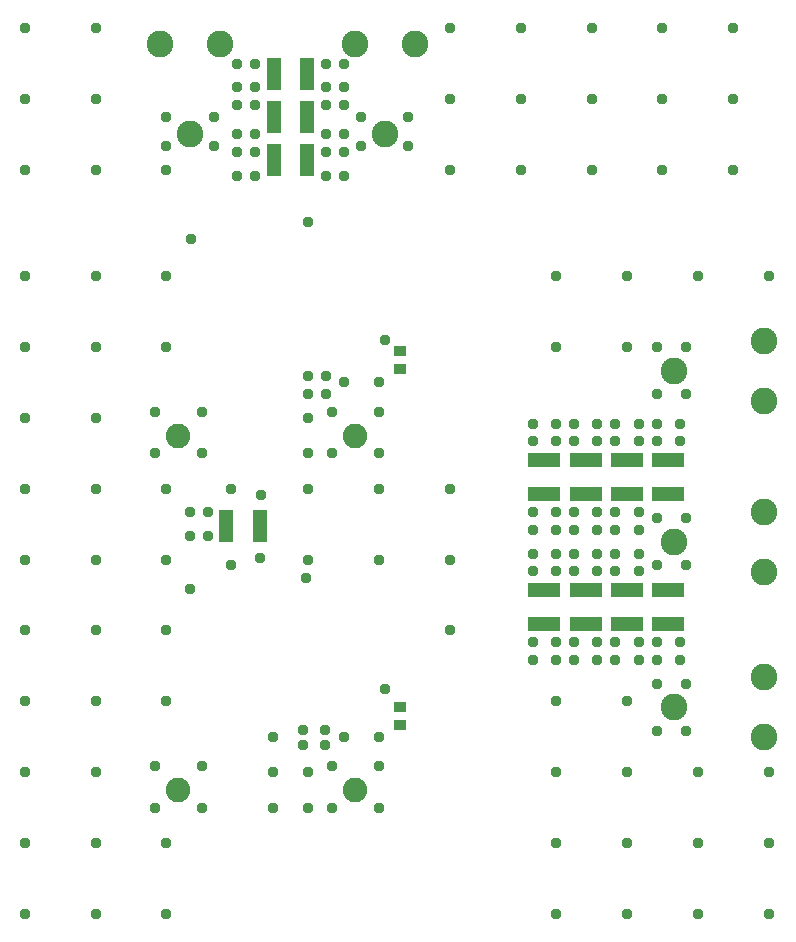
<source format=gbr>
G04 EAGLE Gerber RS-274X export*
G75*
%MOMM*%
%FSLAX34Y34*%
%LPD*%
%INSoldermask Bottom*%
%IPPOS*%
%AMOC8*
5,1,8,0,0,1.08239X$1,22.5*%
G01*
%ADD10R,1.264400X2.692400*%
%ADD11R,1.016000X0.959600*%
%ADD12C,2.260600*%
%ADD13C,2.082800*%
%ADD14R,2.692400X1.264400*%
%ADD15C,0.959600*%


D10*
X240804Y740700D03*
X269196Y740700D03*
X240804Y704500D03*
X269196Y704500D03*
X240804Y668300D03*
X269196Y668300D03*
D11*
X347400Y491381D03*
X347400Y506819D03*
D10*
X229196Y358800D03*
X200804Y358800D03*
D11*
X347400Y189531D03*
X347400Y204969D03*
D12*
X170000Y690000D03*
X144600Y766200D03*
X195400Y766200D03*
X335000Y690000D03*
X309600Y766200D03*
X360400Y766200D03*
X580000Y205000D03*
X656200Y230400D03*
X656200Y179600D03*
X580000Y490000D03*
X656200Y515400D03*
X656200Y464600D03*
X580000Y345000D03*
X656200Y370400D03*
X656200Y319600D03*
D13*
X160000Y435000D03*
X310000Y435000D03*
X160000Y135000D03*
X310000Y135000D03*
D14*
X470000Y275804D03*
X470000Y304196D03*
X505000Y275804D03*
X505000Y304196D03*
X540000Y275804D03*
X540000Y304196D03*
X575000Y275804D03*
X575000Y304196D03*
X470000Y414196D03*
X470000Y385804D03*
X505000Y414196D03*
X505000Y385804D03*
X540000Y414196D03*
X540000Y385804D03*
X575000Y414196D03*
X575000Y385804D03*
D15*
X30000Y780000D03*
X30000Y720000D03*
X30000Y660000D03*
X90000Y660000D03*
X90000Y720000D03*
X90000Y780000D03*
X150000Y705000D03*
X150000Y680000D03*
X150000Y660000D03*
X190000Y680000D03*
X190000Y705000D03*
X210000Y655000D03*
X225000Y655000D03*
X210000Y675000D03*
X225000Y675000D03*
X210000Y690000D03*
X225000Y690000D03*
X210000Y715000D03*
X225000Y715000D03*
X225000Y730000D03*
X210000Y730000D03*
X210000Y750000D03*
X225000Y750000D03*
X230000Y385000D03*
X229000Y331000D03*
X285000Y750000D03*
X285000Y730000D03*
X300000Y750000D03*
X300000Y730000D03*
X300000Y715000D03*
X285000Y715000D03*
X285000Y690000D03*
X300000Y690000D03*
X285000Y675000D03*
X300000Y675000D03*
X285000Y655000D03*
X300000Y655000D03*
X270000Y616000D03*
X315000Y705000D03*
X315000Y680000D03*
X355000Y705000D03*
X355000Y680000D03*
X390000Y660000D03*
X390000Y720000D03*
X390000Y780000D03*
X450000Y780000D03*
X450000Y720000D03*
X450000Y660000D03*
X510000Y780000D03*
X510000Y720000D03*
X510000Y660000D03*
X570000Y780000D03*
X570000Y720000D03*
X570000Y660000D03*
X630000Y660000D03*
X630000Y720000D03*
X630000Y780000D03*
X390000Y390000D03*
X330000Y390000D03*
X270000Y390000D03*
X270000Y330000D03*
X268000Y314000D03*
X330000Y330000D03*
X390000Y330000D03*
X390000Y270000D03*
X150000Y90000D03*
X90000Y90000D03*
X30000Y90000D03*
X150000Y30000D03*
X90000Y30000D03*
X30000Y30000D03*
X460000Y370000D03*
X460000Y355000D03*
X480000Y370000D03*
X480000Y355000D03*
X495000Y370000D03*
X495000Y355000D03*
X515000Y370000D03*
X515000Y355000D03*
X530000Y370000D03*
X530000Y355000D03*
X550000Y370000D03*
X550000Y355000D03*
X460000Y335000D03*
X460000Y320000D03*
X480000Y335000D03*
X480000Y320000D03*
X495000Y335000D03*
X495000Y320000D03*
X515000Y335000D03*
X515000Y320000D03*
X530000Y335000D03*
X530000Y320000D03*
X550000Y335000D03*
X550000Y320000D03*
X565000Y365000D03*
X590000Y365000D03*
X565000Y325000D03*
X590000Y325000D03*
X205000Y325000D03*
X150000Y330000D03*
X185000Y350000D03*
X170000Y350000D03*
X185000Y370000D03*
X170000Y370000D03*
X205000Y390000D03*
X150000Y390000D03*
X90000Y390000D03*
X90000Y330000D03*
X30000Y330000D03*
X30000Y390000D03*
X335000Y516300D03*
X270000Y485000D03*
X285000Y485000D03*
X270000Y470000D03*
X285000Y470000D03*
X460000Y445000D03*
X480000Y430000D03*
X480000Y445000D03*
X460000Y430000D03*
X330000Y420000D03*
X290000Y420000D03*
X270000Y420000D03*
X270000Y450000D03*
X290000Y455000D03*
X300000Y480000D03*
X330000Y480000D03*
X330000Y455000D03*
X480000Y570000D03*
X540000Y570000D03*
X600000Y570000D03*
X660000Y570000D03*
X540000Y510000D03*
X480000Y510000D03*
X565000Y510000D03*
X590000Y510000D03*
X565000Y470000D03*
X590000Y470000D03*
X495000Y445000D03*
X495000Y430000D03*
X515000Y430000D03*
X515000Y445000D03*
X530000Y445000D03*
X530000Y430000D03*
X550000Y445000D03*
X550000Y430000D03*
X565000Y445000D03*
X565000Y430000D03*
X585000Y445000D03*
X585000Y430000D03*
X171000Y601000D03*
X150000Y570000D03*
X90000Y570000D03*
X30000Y570000D03*
X90000Y510000D03*
X30000Y510000D03*
X150000Y510000D03*
X30000Y450000D03*
X90000Y450000D03*
X140000Y455000D03*
X140000Y420000D03*
X180000Y455000D03*
X180000Y420000D03*
X335000Y220000D03*
X266000Y186000D03*
X284000Y186000D03*
X266000Y173000D03*
X284000Y173000D03*
X240000Y180000D03*
X240000Y150000D03*
X240000Y120000D03*
X270000Y150000D03*
X270000Y120000D03*
X300000Y180000D03*
X290000Y155000D03*
X290000Y120000D03*
X330000Y120000D03*
X330000Y155000D03*
X330000Y180000D03*
X460000Y260000D03*
X460000Y245000D03*
X480000Y260000D03*
X480000Y245000D03*
X495000Y260000D03*
X495000Y245000D03*
X515000Y260000D03*
X515000Y245000D03*
X530000Y260000D03*
X530000Y245000D03*
X550000Y260000D03*
X550000Y245000D03*
X565000Y260000D03*
X565000Y245000D03*
X585000Y260000D03*
X585000Y245000D03*
X480000Y210000D03*
X540000Y210000D03*
X565000Y225000D03*
X590000Y225000D03*
X565000Y185000D03*
X590000Y185000D03*
X480000Y150000D03*
X540000Y150000D03*
X600000Y150000D03*
X540000Y90000D03*
X480000Y90000D03*
X600000Y90000D03*
X480000Y30000D03*
X540000Y30000D03*
X600000Y30000D03*
X660000Y150000D03*
X660000Y90000D03*
X660000Y30000D03*
X170000Y305000D03*
X30000Y270000D03*
X90000Y270000D03*
X150000Y270000D03*
X150000Y210000D03*
X90000Y210000D03*
X30000Y210000D03*
X90000Y150000D03*
X30000Y150000D03*
X140000Y155000D03*
X140000Y120000D03*
X180000Y155000D03*
X180000Y120000D03*
M02*

</source>
